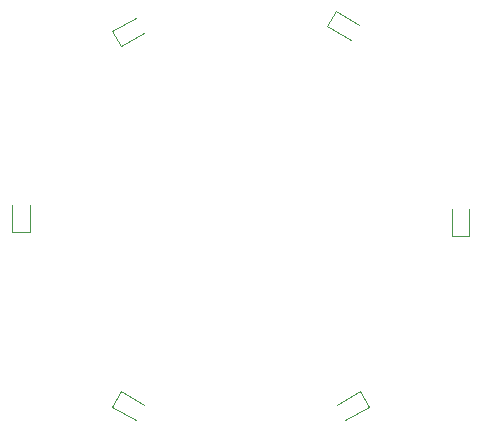
<source format=gbr>
%TF.GenerationSoftware,KiCad,Pcbnew,7.0.7*%
%TF.CreationDate,2023-09-02T14:38:41-07:00*%
%TF.ProjectId,badgelife101,62616467-656c-4696-9665-3130312e6b69,rev?*%
%TF.SameCoordinates,Original*%
%TF.FileFunction,Legend,Top*%
%TF.FilePolarity,Positive*%
%FSLAX46Y46*%
G04 Gerber Fmt 4.6, Leading zero omitted, Abs format (unit mm)*
G04 Created by KiCad (PCBNEW 7.0.7) date 2023-09-02 14:38:41*
%MOMM*%
%LPD*%
G01*
G04 APERTURE LIST*
%ADD10C,0.120000*%
G04 APERTURE END LIST*
D10*
%TO.C,D6*%
X150665000Y-89200000D02*
X150665000Y-91485000D01*
X150665000Y-91485000D02*
X152135000Y-91485000D01*
X152135000Y-91485000D02*
X152135000Y-89200000D01*
%TO.C,D5*%
X113465000Y-88812500D02*
X113465000Y-91097500D01*
X113465000Y-91097500D02*
X114935000Y-91097500D01*
X114935000Y-91097500D02*
X114935000Y-88812500D01*
%TO.C,D4*%
X141674680Y-107036529D02*
X143653548Y-105894029D01*
X143653548Y-105894029D02*
X142918548Y-104620971D01*
X142918548Y-104620971D02*
X140939680Y-105763471D01*
%TO.C,D3*%
X124660320Y-105763471D02*
X122681452Y-104620971D01*
X122681452Y-104620971D02*
X121946452Y-105894029D01*
X121946452Y-105894029D02*
X123925320Y-107036529D01*
%TO.C,D2*%
X142860320Y-73563471D02*
X140881452Y-72420971D01*
X140881452Y-72420971D02*
X140146452Y-73694029D01*
X140146452Y-73694029D02*
X142125320Y-74836529D01*
%TO.C,D1*%
X122681452Y-75379029D02*
X124660320Y-74236529D01*
X121946452Y-74105971D02*
X122681452Y-75379029D01*
X123925320Y-72963471D02*
X121946452Y-74105971D01*
%TD*%
M02*

</source>
